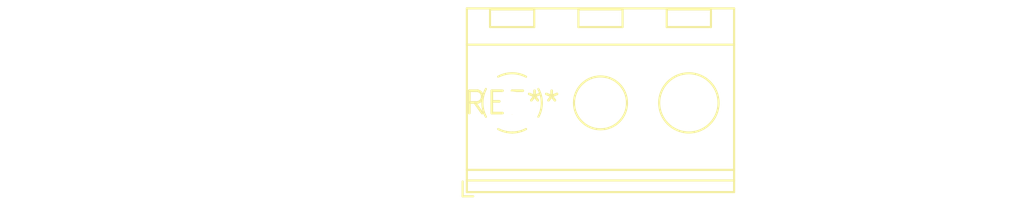
<source format=kicad_pcb>
(kicad_pcb (version 20240108) (generator pcbnew)
  (layers (0 "F.Cu" signal) (31 "B.Cu" signal) (34 "B.Paste" user) (35 "F.Paste" user) (36 "B.SilkS" user "B.Silkscreen") (37 "F.SilkS" user "F.Silkscreen") (38 "B.Mask" user) (39 "F.Mask" user) (44 "Edge.Cuts" user))
  (net 0 "")
  (footprint "TerminalBlock_RND_205-00078_1x02_P10.00mm_Horizontal" (layer "F.Cu") (at 0 0)
    (property "Reference" "REF**")
    (property "Value" "TerminalBlock_RND_205-00078_1x02_P10.00mm_Horizontal")
    (fp_line (start -2.8 4.46) (end -2.8 5.3) (layer "F.SilkS") (stroke (width 0.12)))
    (fp_line (start -2.8 5.3) (end -2.2 5.3) (layer "F.SilkS") (stroke (width 0.12)))
    (fp_line (start -2.56 -5.36) (end -2.56 5.06) (layer "F.SilkS") (stroke (width 0.12)))
    (fp_line (start -2.56 -5.36) (end 12.56 -5.36) (layer "F.SilkS") (stroke (width 0.12)))
    (fp_line (start -2.56 -3.301) (end 12.56 -3.301) (layer "F.SilkS") (stroke (width 0.12)))
    (fp_line (start -2.56 3.8) (end 12.56 3.8) (layer "F.SilkS") (stroke (width 0.12)))
    (fp_line (start -2.56 4.4) (end 12.56 4.4) (layer "F.SilkS") (stroke (width 0.12)))
    (fp_line (start -2.56 5.06) (end 12.56 5.06) (layer "F.SilkS") (stroke (width 0.12)))
    (fp_line (start -1.25 -5.301) (end -1.25 -4.301) (layer "F.SilkS") (stroke (width 0.12)))
    (fp_line (start -1.25 -5.301) (end 1.25 -5.301) (layer "F.SilkS") (stroke (width 0.12)))
    (fp_line (start -1.25 -4.301) (end 1.25 -4.301) (layer "F.SilkS") (stroke (width 0.12)))
    (fp_line (start 1.25 -5.301) (end 1.25 -4.301) (layer "F.SilkS") (stroke (width 0.12)))
    (fp_line (start 3.75 -5.301) (end 3.75 -4.301) (layer "F.SilkS") (stroke (width 0.12)))
    (fp_line (start 3.75 -5.301) (end 6.25 -5.301) (layer "F.SilkS") (stroke (width 0.12)))
    (fp_line (start 3.75 -4.301) (end 6.25 -4.301) (layer "F.SilkS") (stroke (width 0.12)))
    (fp_line (start 6.25 -5.301) (end 6.25 -4.301) (layer "F.SilkS") (stroke (width 0.12)))
    (fp_line (start 8.75 -5.301) (end 8.75 -4.301) (layer "F.SilkS") (stroke (width 0.12)))
    (fp_line (start 8.75 -5.301) (end 11.25 -5.301) (layer "F.SilkS") (stroke (width 0.12)))
    (fp_line (start 8.75 -4.301) (end 11.25 -4.301) (layer "F.SilkS") (stroke (width 0.12)))
    (fp_line (start 11.25 -5.301) (end 11.25 -4.301) (layer "F.SilkS") (stroke (width 0.12)))
    (fp_line (start 12.56 -5.36) (end 12.56 5.06) (layer "F.SilkS") (stroke (width 0.12)))
    (fp_arc (start -1.483953 0.789089) (mid -1.680708 5e-05) (end -1.484 -0.789) (layer "F.SilkS") (stroke (width 0.12)))
    (fp_arc (start -0.789089 -1.483953) (mid -5e-05 -1.680708) (end 0.789 -1.484) (layer "F.SilkS") (stroke (width 0.12)))
    (fp_arc (start 0.029383 1.68045) (mid -0.392304 1.634281) (end -0.789 1.484) (layer "F.SilkS") (stroke (width 0.12)))
    (fp_arc (start 0.788712 1.483352) (mid 0.406429 1.630097) (end 0 1.68) (layer "F.SilkS") (stroke (width 0.12)))
    (fp_arc (start 1.483953 -0.789089) (mid 1.680708 -5e-05) (end 1.484 0.789) (layer "F.SilkS") (stroke (width 0.12)))
    (fp_circle (center 5 0) (end 6.5 0) (layer "F.SilkS") (stroke (width 0.12)) (fill none))
    (fp_circle (center 10 0) (end 11.68 0) (layer "F.SilkS") (stroke (width 0.12)) (fill none))
    (pad "1" thru_hole rect (at 0 0) (size 2.5 2.5) (drill 1.3) (layers *.Cu *.Mask) (remove_unused_layers))
    (pad "2" thru_hole circle (at 10 0) (size 2.5 2.5) (drill 1.3) (layers *.Cu *.Mask) (remove_unused_layers))
  )
)
</source>
